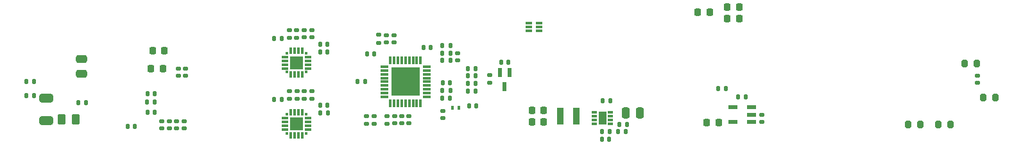
<source format=gtp>
G04 #@! TF.GenerationSoftware,KiCad,Pcbnew,(6.0.7)*
G04 #@! TF.CreationDate,2022-09-28T14:11:08+03:00*
G04 #@! TF.ProjectId,dock_rs232,646f636b-5f72-4733-9233-322e6b696361,rev?*
G04 #@! TF.SameCoordinates,Original*
G04 #@! TF.FileFunction,Paste,Top*
G04 #@! TF.FilePolarity,Positive*
%FSLAX46Y46*%
G04 Gerber Fmt 4.6, Leading zero omitted, Abs format (unit mm)*
G04 Created by KiCad (PCBNEW (6.0.7)) date 2022-09-28 14:11:08*
%MOMM*%
%LPD*%
G01*
G04 APERTURE LIST*
G04 Aperture macros list*
%AMRoundRect*
0 Rectangle with rounded corners*
0 $1 Rounding radius*
0 $2 $3 $4 $5 $6 $7 $8 $9 X,Y pos of 4 corners*
0 Add a 4 corners polygon primitive as box body*
4,1,4,$2,$3,$4,$5,$6,$7,$8,$9,$2,$3,0*
0 Add four circle primitives for the rounded corners*
1,1,$1+$1,$2,$3*
1,1,$1+$1,$4,$5*
1,1,$1+$1,$6,$7*
1,1,$1+$1,$8,$9*
0 Add four rect primitives between the rounded corners*
20,1,$1+$1,$2,$3,$4,$5,0*
20,1,$1+$1,$4,$5,$6,$7,0*
20,1,$1+$1,$6,$7,$8,$9,0*
20,1,$1+$1,$8,$9,$2,$3,0*%
G04 Aperture macros list end*
%ADD10RoundRect,0.135000X0.135000X0.185000X-0.135000X0.185000X-0.135000X-0.185000X0.135000X-0.185000X0*%
%ADD11RoundRect,0.135000X-0.135000X-0.185000X0.135000X-0.185000X0.135000X0.185000X-0.135000X0.185000X0*%
%ADD12RoundRect,0.200000X0.200000X0.275000X-0.200000X0.275000X-0.200000X-0.275000X0.200000X-0.275000X0*%
%ADD13RoundRect,0.200000X-0.200000X-0.275000X0.200000X-0.275000X0.200000X0.275000X-0.200000X0.275000X0*%
%ADD14RoundRect,0.135000X-0.185000X0.135000X-0.185000X-0.135000X0.185000X-0.135000X0.185000X0.135000X0*%
%ADD15RoundRect,0.135000X0.185000X-0.135000X0.185000X0.135000X-0.185000X0.135000X-0.185000X-0.135000X0*%
%ADD16RoundRect,0.250000X0.262500X0.450000X-0.262500X0.450000X-0.262500X-0.450000X0.262500X-0.450000X0*%
%ADD17R,0.850000X2.200000*%
%ADD18R,1.200000X0.600000*%
%ADD19R,0.700000X0.300000*%
%ADD20R,1.000000X1.800000*%
%ADD21R,0.300000X0.300000*%
%ADD22R,0.900000X0.300000*%
%ADD23R,0.300000X0.900000*%
%ADD24R,1.800000X1.800000*%
%ADD25R,1.100000X0.300000*%
%ADD26R,0.300000X1.100000*%
%ADD27R,3.800000X3.800000*%
%ADD28R,0.500000X1.150000*%
%ADD29R,0.850000X0.300000*%
%ADD30RoundRect,0.218750X0.218750X0.256250X-0.218750X0.256250X-0.218750X-0.256250X0.218750X-0.256250X0*%
%ADD31R,0.400000X0.500000*%
%ADD32RoundRect,0.225000X-0.225000X-0.250000X0.225000X-0.250000X0.225000X0.250000X-0.225000X0.250000X0*%
%ADD33RoundRect,0.140000X-0.170000X0.140000X-0.170000X-0.140000X0.170000X-0.140000X0.170000X0.140000X0*%
%ADD34RoundRect,0.140000X0.140000X0.170000X-0.140000X0.170000X-0.140000X-0.170000X0.140000X-0.170000X0*%
%ADD35RoundRect,0.140000X0.170000X-0.140000X0.170000X0.140000X-0.170000X0.140000X-0.170000X-0.140000X0*%
%ADD36RoundRect,0.250000X0.650000X-0.325000X0.650000X0.325000X-0.650000X0.325000X-0.650000X-0.325000X0*%
%ADD37RoundRect,0.250000X-0.475000X0.250000X-0.475000X-0.250000X0.475000X-0.250000X0.475000X0.250000X0*%
%ADD38RoundRect,0.250000X0.250000X0.475000X-0.250000X0.475000X-0.250000X-0.475000X0.250000X-0.475000X0*%
%ADD39RoundRect,0.140000X-0.140000X-0.170000X0.140000X-0.170000X0.140000X0.170000X-0.140000X0.170000X0*%
%ADD40RoundRect,0.225000X0.225000X0.250000X-0.225000X0.250000X-0.225000X-0.250000X0.225000X-0.250000X0*%
G04 APERTURE END LIST*
D10*
X223885919Y-106597354D03*
X222865919Y-106597354D03*
X317765919Y-108667354D03*
X316745919Y-108667354D03*
X223885919Y-108457354D03*
X222865919Y-108457354D03*
D11*
X229745919Y-109417354D03*
X230765919Y-109417354D03*
D10*
X239815919Y-109267354D03*
X238795919Y-109267354D03*
D12*
X348280919Y-104267354D03*
X346630919Y-104267354D03*
D10*
X299790919Y-113237354D03*
X298770919Y-113237354D03*
X301965919Y-113242354D03*
X300945919Y-113242354D03*
X302065919Y-112237354D03*
X301045919Y-112237354D03*
X299865919Y-109137354D03*
X298845919Y-109137354D03*
D13*
X349060919Y-108697354D03*
X350710919Y-108697354D03*
D14*
X257525919Y-99817354D03*
X257525919Y-100837354D03*
D15*
X258536372Y-100837354D03*
X258536372Y-99817354D03*
D10*
X256565919Y-100927354D03*
X255545919Y-100927354D03*
D14*
X257555919Y-107857354D03*
X257555919Y-108877354D03*
D15*
X258551722Y-108877354D03*
X258551722Y-107857354D03*
D10*
X256565919Y-108992354D03*
X255545919Y-108992354D03*
X278776722Y-103842354D03*
X277756722Y-103842354D03*
D11*
X277756722Y-102842354D03*
X278776722Y-102842354D03*
D14*
X269331722Y-100457354D03*
X269331722Y-101477354D03*
D11*
X281106722Y-107867354D03*
X282126722Y-107867354D03*
D10*
X282126722Y-106867354D03*
X281106722Y-106867354D03*
D11*
X281106722Y-104867354D03*
X282126722Y-104867354D03*
X281111722Y-105867354D03*
X282131722Y-105867354D03*
D14*
X267755919Y-111177354D03*
X267755919Y-112197354D03*
X268755919Y-111177354D03*
X268755919Y-112197354D03*
X283960919Y-105771201D03*
X283960919Y-106791201D03*
D11*
X277756722Y-107777354D03*
X278776722Y-107777354D03*
X277756722Y-101817354D03*
X278776722Y-101817354D03*
D12*
X344800919Y-112247354D03*
X343150919Y-112247354D03*
X340820919Y-112237354D03*
X339170919Y-112237354D03*
D16*
X229368419Y-111617354D03*
X227543419Y-111617354D03*
D11*
X277755919Y-108787354D03*
X278775919Y-108787354D03*
D10*
X315155919Y-107517354D03*
X314135919Y-107517354D03*
D17*
X295370919Y-111167354D03*
X293320919Y-111167354D03*
D18*
X318555919Y-111917354D03*
X318555919Y-110967354D03*
X318555919Y-110017354D03*
X316055919Y-110017354D03*
X316055919Y-111917354D03*
D19*
X299895919Y-112148854D03*
X299895919Y-111648854D03*
X299895919Y-111148854D03*
X299895919Y-110648854D03*
X297795919Y-110648854D03*
X297795919Y-111148854D03*
X297795919Y-111648854D03*
X297795919Y-112148854D03*
D20*
X298845919Y-111398854D03*
D21*
X259736372Y-105362004D03*
D22*
X260036372Y-104862004D03*
X260036372Y-104362004D03*
X260036372Y-103862004D03*
X260036372Y-103362004D03*
D21*
X259736372Y-102862004D03*
D23*
X259236372Y-102562004D03*
X258736372Y-102562004D03*
X258236372Y-102562004D03*
X257736372Y-102562004D03*
D21*
X257236372Y-102862004D03*
D22*
X256936372Y-103362004D03*
X256936372Y-103862004D03*
X256936372Y-104362004D03*
X256936372Y-104862004D03*
D21*
X257236372Y-105362004D03*
D23*
X257736372Y-105662004D03*
X258236372Y-105662004D03*
X258736372Y-105662004D03*
X259236372Y-105662004D03*
D24*
X258486372Y-104112004D03*
D21*
X259756372Y-113433157D03*
D22*
X260056372Y-112933157D03*
X260056372Y-112433157D03*
X260056372Y-111933157D03*
X260056372Y-111433157D03*
D21*
X259756372Y-110933157D03*
D23*
X259256372Y-110633157D03*
X258756372Y-110633157D03*
X258256372Y-110633157D03*
X257756372Y-110633157D03*
D21*
X257256372Y-110933157D03*
D22*
X256956372Y-111433157D03*
X256956372Y-111933157D03*
X256956372Y-112433157D03*
X256956372Y-112933157D03*
D21*
X257256372Y-113433157D03*
D23*
X257756372Y-113733157D03*
X258256372Y-113733157D03*
X258756372Y-113733157D03*
X259256372Y-113733157D03*
D24*
X258506372Y-112183157D03*
D25*
X270071722Y-104637354D03*
X270071722Y-105137354D03*
X270071722Y-105637354D03*
X270071722Y-106137354D03*
X270071722Y-106637354D03*
X270071722Y-107137354D03*
X270071722Y-107637354D03*
X270071722Y-108137354D03*
X270071722Y-108637354D03*
D26*
X270871722Y-109437354D03*
X271371722Y-109437354D03*
X271871722Y-109437354D03*
X272371722Y-109437354D03*
X272871722Y-109437354D03*
X273371722Y-109437354D03*
X273871722Y-109437354D03*
X274371722Y-109437354D03*
X274871722Y-109437354D03*
D25*
X275671722Y-108637354D03*
X275671722Y-108137354D03*
X275671722Y-107637354D03*
X275671722Y-107137354D03*
X275671722Y-106637354D03*
X275671722Y-106137354D03*
X275671722Y-105637354D03*
X275671722Y-105137354D03*
X275671722Y-104637354D03*
D26*
X274871722Y-103837354D03*
X274371722Y-103837354D03*
X273871722Y-103837354D03*
X273371722Y-103837354D03*
X272871722Y-103837354D03*
X272371722Y-103837354D03*
X271871722Y-103837354D03*
X271371722Y-103837354D03*
X270871722Y-103837354D03*
D27*
X272871722Y-106637354D03*
D28*
X286597072Y-105396201D03*
X285297072Y-105396201D03*
X285947072Y-107296201D03*
D29*
X289105919Y-98917354D03*
X289105919Y-99417354D03*
X289105919Y-99917354D03*
X290505919Y-99917354D03*
X290505919Y-99417354D03*
X290505919Y-98917354D03*
D30*
X241073419Y-102497354D03*
X239498419Y-102497354D03*
X240868419Y-104892354D03*
X239293419Y-104892354D03*
D31*
X279101722Y-110035398D03*
X279901722Y-110035398D03*
D30*
X312993419Y-97417354D03*
X311418419Y-97417354D03*
D32*
X312630919Y-112017354D03*
X314180919Y-112017354D03*
D33*
X319905919Y-110987354D03*
X319905919Y-111947354D03*
X348355919Y-105817354D03*
X348355919Y-106777354D03*
D34*
X237150919Y-112532354D03*
X236190919Y-112532354D03*
D35*
X242890919Y-105842354D03*
X242890919Y-104882354D03*
D36*
X225505919Y-111742354D03*
X225505919Y-108792354D03*
D37*
X230155919Y-103667354D03*
X230155919Y-105567354D03*
D35*
X243860919Y-105842354D03*
X243860919Y-104882354D03*
D33*
X242700919Y-111822354D03*
X242700919Y-112782354D03*
D34*
X239780919Y-110672354D03*
X238820919Y-110672354D03*
X239780919Y-108242354D03*
X238820919Y-108242354D03*
D33*
X240750919Y-111812354D03*
X240750919Y-112772354D03*
X241720919Y-111812354D03*
X241720919Y-112772354D03*
X243670919Y-111812354D03*
X243670919Y-112772354D03*
D32*
X289560919Y-111947354D03*
X291110919Y-111947354D03*
X289570919Y-110437354D03*
X291120919Y-110437354D03*
D34*
X299760919Y-114212354D03*
X298800919Y-114212354D03*
D38*
X303805919Y-110737354D03*
X301905919Y-110737354D03*
D34*
X262581722Y-101727354D03*
X261621722Y-101727354D03*
X262581722Y-102707354D03*
X261621722Y-102707354D03*
D33*
X260515919Y-99827354D03*
X260515919Y-100787354D03*
X259535919Y-99827354D03*
X259535919Y-100787354D03*
D34*
X262601722Y-109767354D03*
X261641722Y-109767354D03*
X262611722Y-110737354D03*
X261651722Y-110737354D03*
D33*
X260555919Y-107887354D03*
X260555919Y-108847354D03*
X259555919Y-107887354D03*
X259555919Y-108847354D03*
D34*
X282215919Y-109817354D03*
X281255919Y-109817354D03*
D35*
X271415919Y-112137354D03*
X271415919Y-111177354D03*
D33*
X270335919Y-100472004D03*
X270335919Y-101432004D03*
X279741722Y-102837354D03*
X279741722Y-103797354D03*
D35*
X272385919Y-112127354D03*
X272385919Y-111167354D03*
D33*
X271325919Y-100472004D03*
X271325919Y-101432004D03*
D35*
X277795919Y-111427704D03*
X277795919Y-110467704D03*
D34*
X278741722Y-106797354D03*
X277781722Y-106797354D03*
D35*
X273345919Y-112127354D03*
X273345919Y-111167354D03*
D39*
X267815919Y-102992004D03*
X268775919Y-102992004D03*
D34*
X276221722Y-102067354D03*
X275261722Y-102067354D03*
D39*
X266571722Y-106617354D03*
X267531722Y-106617354D03*
D35*
X270455919Y-112147354D03*
X270455919Y-111187354D03*
D34*
X286455919Y-104046201D03*
X285495919Y-104046201D03*
D40*
X316880919Y-98267354D03*
X315330919Y-98267354D03*
X316880919Y-96767354D03*
X315330919Y-96767354D03*
M02*

</source>
